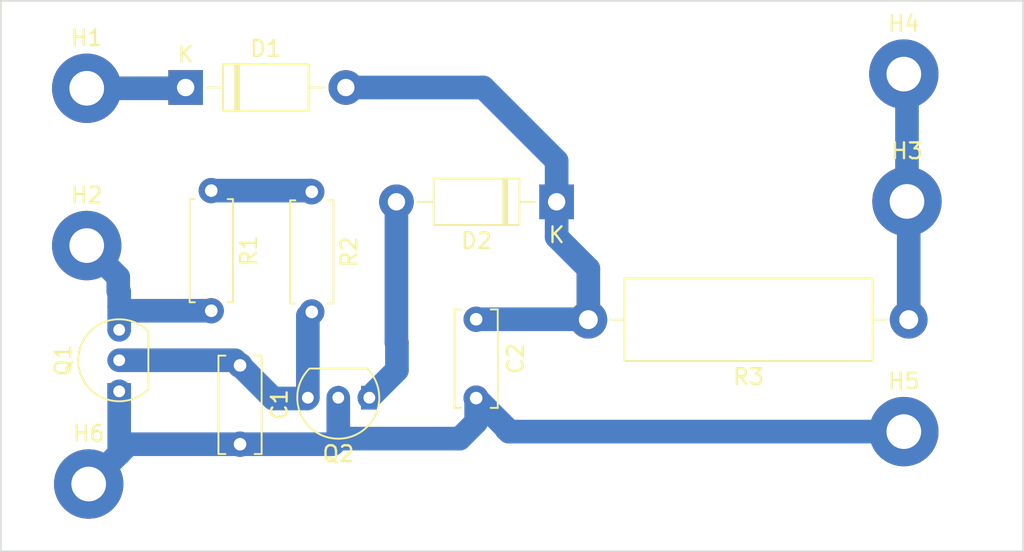
<source format=kicad_pcb>
(kicad_pcb (version 20211014) (generator pcbnew)
  (layers (0 "F.Cu" signal) (31 "B.Cu" signal) (34 "B.Paste" user) (35 "F.Paste" user) (36 "B.SilkS" user "B.Silkscreen") (37 "F.SilkS" user "F.Silkscreen") (38 "B.Mask" user) (39 "F.Mask" user) (44 "Edge.Cuts" user))
  (net 0 "")
  (net 1 "Net-(C1-Pad1)")
  (net 2 "GND")
  (net 3 "Net-(C2-Pad1)")
  (net 4 "Net-(D1-Pad1)")
  (net 5 "Net-(D2-Pad2)")
  (net 6 "Net-(H2-Pad1)")
  (net 7 "Net-(H3-Pad1)")
  (net 8 "+5 Volt")
  (footprint "Resistor_THT:R_Axial_DIN0207_L6.3mm_D2.5mm_P7.62mm_Horizontal" (layer "F.Cu") (at 120.95 96.74 -90)
    (fp_text reference "R2" (at 3.81 -2.37 90) (layer "F.SilkS"))
    (fp_text value "10k")
    (fp_line (start 7.08 -1.37) (end 7.08 -1.04) (layer "F.SilkS") (width 0.12))
    (fp_line (start 0.54 1.37) (end 7.08 1.37) (layer "F.SilkS") (width 0.12))
    (fp_line (start 0.54 -1.04) (end 0.54 -1.37) (layer "F.SilkS") (width 0.12))
    (fp_line (start 7.08 1.37) (end 7.08 1.04) (layer "F.SilkS") (width 0.12))
    (fp_line (start 0.54 -1.37) (end 7.08 -1.37) (layer "F.SilkS") (width 0.12))
    (fp_line (start 0.54 1.04) (end 0.54 1.37) (layer "F.SilkS") (width 0.12))
    (pad "1" thru_hole circle (at 0 0 270) (size 1.6 1.6) (drill 0.8) (layers *.Cu *.Mask) (net 8 "+5 Volt"))
    (pad "2" thru_hole oval (at 7.62 0 270) (size 1.6 1.6) (drill 0.8) (layers *.Cu *.Mask) (net 1 "Net-(C1-Pad1)"))
  )
  (footprint "MountingHole:MountingHole_2.2mm_M2_Pad_TopBottom" (layer "F.Cu") (at 158.5 89.275)
    (fp_text reference "H4" (at 0 -3.2) (layer "F.SilkS"))
    (fp_text value "Pickup Coil +")
    (pad "1" connect circle (at 0 0) (size 4.4 4.4) (layers "F.Cu" "F.Mask") (net 7 "Net-(H3-Pad1)"))
    (pad "1" thru_hole circle (at 0 0) (size 2.6 2.6) (drill 2.2) (layers *.Cu *.Mask) (net 7 "Net-(H3-Pad1)"))
    (pad "1" connect circle (at 0 0) (size 4.4 4.4) (layers "B.Cu" "B.Mask") (net 7 "Net-(H3-Pad1)"))
  )
  (footprint "Package_TO_SOT_THT:TO-92_Inline" (layer "F.Cu") (at 108.735 108.695 90)
    (fp_text reference "Q1" (at 1.27 -3.56 90) (layer "F.SilkS"))
    (fp_text value "2N2222")
    (fp_line (start -0.53 1.85) (end 3.07 1.85) (layer "F.SilkS") (width 0.12))
    (fp_arc (start 1.27 -2.6) (mid 3.672087 -0.994977) (end 3.108478 1.838478) (layer "F.SilkS") (width 0.12))
    (fp_arc (start -0.568478 1.838478) (mid -1.132087 -0.994977) (end 1.27 -2.6) (layer "F.SilkS") (width 0.12))
    (pad "1" thru_hole rect (at -0.7 0 90) (size 1.05 1.5) (drill 0.75) (layers *.Cu *.Mask) (net 2 "GND"))
    (pad "2" thru_hole oval (at 1.27 0 90) (size 1.05 1.5) (drill 0.75) (layers *.Cu *.Mask) (net 1 "Net-(C1-Pad1)"))
    (pad "3" thru_hole oval (at 3.2 0 90) (size 1.05 1.5) (drill 0.75) (layers *.Cu *.Mask) (net 6 "Net-(H2-Pad1)"))
  )
  (footprint "Capacitor_THT:C_Disc_D6.0mm_W2.5mm_P5.00mm" (layer "F.Cu") (at 116.4 107.75 -90)
    (fp_text reference "C1" (at 2.5 -2.5 90) (layer "F.SilkS"))
    (fp_text value "10n")
    (fp_line (start -0.62 1.37) (end 5.62 1.37) (layer "F.SilkS") (width 0.12))
    (fp_line (start -0.62 -1.37) (end -0.62 -0.925) (layer "F.SilkS") (width 0.12))
    (fp_line (start -0.62 0.925) (end -0.62 1.37) (layer "F.SilkS") (width 0.12))
    (fp_line (start 5.62 0.925) (end 5.62 1.37) (layer "F.SilkS") (width 0.12))
    (fp_line (start 5.62 -1.37) (end 5.62 -0.925) (layer "F.SilkS") (width 0.12))
    (fp_line (start -0.62 -1.37) (end 5.62 -1.37) (layer "F.SilkS") (width 0.12))
    (pad "1" thru_hole circle (at 0 0 270) (size 1.6 1.6) (drill 0.8) (layers *.Cu *.Mask) (net 1 "Net-(C1-Pad1)"))
    (pad "2" thru_hole circle (at 5 0 270) (size 1.6 1.6) (drill 0.8) (layers *.Cu *.Mask) (net 2 "GND"))
  )
  (footprint "Capacitor_THT:C_Disc_D6.0mm_W2.5mm_P5.00mm" (layer "F.Cu") (at 131.375 104.825 -90)
    (fp_text reference "C2" (at 2.5 -2.5 90) (layer "F.SilkS"))
    (fp_text value "100n")
    (fp_line (start -0.62 1.37) (end 5.62 1.37) (layer "F.SilkS") (width 0.12))
    (fp_line (start -0.62 0.925) (end -0.62 1.37) (layer "F.SilkS") (width 0.12))
    (fp_line (start 5.62 -1.37) (end 5.62 -0.925) (layer "F.SilkS") (width 0.12))
    (fp_line (start -0.62 -1.37) (end -0.62 -0.925) (layer "F.SilkS") (width 0.12))
    (fp_line (start -0.62 -1.37) (end 5.62 -1.37) (layer "F.SilkS") (width 0.12))
    (fp_line (start 5.62 0.925) (end 5.62 1.37) (layer "F.SilkS") (width 0.12))
    (pad "1" thru_hole circle (at 0 0 270) (size 1.6 1.6) (drill 0.8) (layers *.Cu *.Mask) (net 3 "Net-(C2-Pad1)"))
    (pad "2" thru_hole circle (at 5 0 270) (size 1.6 1.6) (drill 0.8) (layers *.Cu *.Mask) (net 2 "GND"))
  )
  (footprint "Diode_THT:D_DO-41_SOD81_P10.16mm_Horizontal" (layer "F.Cu") (at 112.95 90.125)
    (fp_text reference "D1" (at 5.08 -2.47) (layer "F.SilkS"))
    (fp_text value "IN4004")
    (fp_text user "K" (at 0 -2.1) (layer "F.SilkS"))
    (fp_line (start 7.8 1.47) (end 7.8 -1.47) (layer "F.SilkS") (width 0.12))
    (fp_line (start 8.82 0) (end 7.8 0) (layer "F.SilkS") (width 0.12))
    (fp_line (start 3.26 -1.47) (end 3.26 1.47) (layer "F.SilkS") (width 0.12))
    (fp_line (start 1.34 0) (end 2.36 0) (layer "F.SilkS") (width 0.12))
    (fp_line (start 3.38 -1.47) (end 3.38 1.47) (layer "F.SilkS") (width 0.12))
    (fp_line (start 3.14 -1.47) (end 3.14 1.47) (layer "F.SilkS") (width 0.12))
    (fp_line (start 2.36 1.47) (end 7.8 1.47) (layer "F.SilkS") (width 0.12))
    (fp_line (start 2.36 -1.47) (end 2.36 1.47) (layer "F.SilkS") (width 0.12))
    (fp_line (start 7.8 -1.47) (end 2.36 -1.47) (layer "F.SilkS") (width 0.12))
    (pad "1" thru_hole rect (at 0 0) (size 2.2 2.2) (drill 1.1) (layers *.Cu *.Mask) (net 4 "Net-(D1-Pad1)"))
    (pad "2" thru_hole oval (at 10.16 0) (size 2.2 2.2) (drill 1.1) (layers *.Cu *.Mask) (net 3 "Net-(C2-Pad1)"))
  )
  (footprint "MountingHole:MountingHole_2.2mm_M2_Pad_TopBottom" (layer "F.Cu") (at 106.675 90.175)
    (fp_text reference "H1" (at 0 -3.2) (layer "F.SilkS"))
    (fp_text value "SCR Gate")
    (pad "1" thru_hole circle (at 0 0) (size 2.6 2.6) (drill 2.2) (layers *.Cu *.Mask) (net 4 "Net-(D1-Pad1)"))
    (pad "1" connect circle (at 0 0) (size 4.4 4.4) (layers "B.Cu" "B.Mask") (net 4 "Net-(D1-Pad1)"))
    (pad "1" connect circle (at 0 0) (size 4.4 4.4) (layers "F.Cu" "F.Mask") (net 4 "Net-(D1-Pad1)"))
  )
  (footprint "MountingHole:MountingHole_2.2mm_M2_Pad_TopBottom" (layer "F.Cu") (at 158.7 97.35)
    (fp_text reference "H3" (at 0 -3.2) (layer "F.SilkS"))
    (fp_text value "Kill Switch")
    (pad "1" connect circle (at 0 0) (size 4.4 4.4) (layers "B.Cu" "B.Mask") (net 7 "Net-(H3-Pad1)"))
    (pad "1" connect circle (at 0 0) (size 4.4 4.4) (layers "F.Cu" "F.Mask") (net 7 "Net-(H3-Pad1)"))
    (pad "1" thru_hole circle (at 0 0) (size 2.6 2.6) (drill 2.2) (layers *.Cu *.Mask) (net 7 "Net-(H3-Pad1)"))
  )
  (footprint "MountingHole:MountingHole_2.2mm_M2_Pad_TopBottom" (layer "F.Cu") (at 106.675 100.15)
    (fp_text reference "H2" (at 0 -3.2) (layer "F.SilkS"))
    (fp_text value "To MCU")
    (pad "1" thru_hole circle (at 0 0) (size 2.6 2.6) (drill 2.2) (layers *.Cu *.Mask) (net 6 "Net-(H2-Pad1)"))
    (pad "1" connect circle (at 0 0) (size 4.4 4.4) (layers "F.Cu" "F.Mask") (net 6 "Net-(H2-Pad1)"))
    (pad "1" connect circle (at 0 0) (size 4.4 4.4) (layers "B.Cu" "B.Mask") (net 6 "Net-(H2-Pad1)"))
  )
  (footprint "MountingHole:MountingHole_2.2mm_M2_Pad_TopBottom" (layer "F.Cu") (at 158.5 111.95)
    (fp_text reference "H5" (at 0 -3.2) (layer "F.SilkS"))
    (fp_text value "Pickup Coil -")
    (pad "1" thru_hole circle (at 0 0) (size 2.6 2.6) (drill 2.2) (layers *.Cu *.Mask) (net 2 "GND"))
    (pad "1" connect circle (at 0 0) (size 4.4 4.4) (layers "B.Cu" "B.Mask") (net 2 "GND"))
    (pad "1" connect circle (at 0 0) (size 4.4 4.4) (layers "F.Cu" "F.Mask") (net 2 "GND"))
  )
  (footprint "Package_TO_SOT_THT:TO-92_Inline" (layer "F.Cu") (at 123.9 109.8 180)
    (fp_text reference "Q2" (at 1.27 -3.56) (layer "F.SilkS"))
    (fp_text value "2N2222")
    (fp_line (start -0.53 1.85) (end 3.07 1.85) (layer "F.SilkS") (width 0.12))
    (fp_arc (start -0.568478 1.838478) (mid -1.132087 -0.994977) (end 1.27 -2.6) (layer "F.SilkS") (width 0.12))
    (fp_arc (start 1.27 -2.6) (mid 3.672087 -0.994977) (end 3.108478 1.838478) (layer "F.SilkS") (width 0.12))
    (pad "1" thru_hole rect (at -0.7 0 180) (size 1.05 1.5) (drill 0.75) (layers *.Cu *.Mask) (net 5 "Net-(D2-Pad2)"))
    (pad "2" thru_hole oval (at 1.27 0 180) (size 1.05 1.5) (drill 0.75) (layers *.Cu *.Mask) (net 2 "GND"))
    (pad "3" thru_hole oval (at 3.2 0 180) (size 1.05 1.5) (drill 0.75) (layers *.Cu *.Mask) (net 1 "Net-(C1-Pad1)"))
  )
  (footprint "Diode_THT:D_DO-41_SOD81_P10.16mm_Horizontal" (layer "F.Cu") (at 136.48 97.375 180)
    (fp_text reference "D2" (at 5.08 -2.47) (layer "F.SilkS"))
    (fp_text value "IN4004")
    (fp_text user "K" (at 0 -2.1) (layer "F.SilkS"))
    (fp_line (start 1.34 0) (end 2.36 0) (layer "F.SilkS") (width 0.12))
    (fp_line (start 2.36 1.47) (end 7.8 1.47) (layer "F.SilkS") (width 0.12))
    (fp_line (start 7.8 -1.47) (end 2.36 -1.47) (layer "F.SilkS") (width 0.12))
    (fp_line (start 8.82 0) (end 7.8 0) (layer "F.SilkS") (width 0.12))
    (fp_line (start 3.26 -1.47) (end 3.26 1.47) (layer "F.SilkS") (width 0.12))
    (fp_line (start 3.38 -1.47) (end 3.38 1.47) (layer "F.SilkS") (width 0.12))
    (fp_line (start 3.14 -1.47) (end 3.14 1.47) (layer "F.SilkS") (width 0.12))
    (fp_line (start 7.8 1.47) (end 7.8 -1.47) (layer "F.SilkS") (width 0.12))
    (fp_line (start 2.36 -1.47) (end 2.36 1.47) (layer "F.SilkS") (width 0.12))
    (pad "1" thru_hole rect (at 0 0 180) (size 2.2 2.2) (drill 1.1) (layers *.Cu *.Mask) (net 3 "Net-(C2-Pad1)"))
    (pad "2" thru_hole oval (at 10.16 0 180) (size 2.2 2.2) (drill 1.1) (layers *.Cu *.Mask) (net 5 "Net-(D2-Pad2)"))
  )
  (footprint "Resistor_THT:R_Axial_DIN0207_L6.3mm_D2.5mm_P7.62mm_Horizontal" (layer "F.Cu") (at 114.575 96.665 -90)
    (fp_text reference "R1" (at 3.81 -2.37 90) (layer "F.SilkS"))
    (fp_text value "10k")
    (fp_line (start 0.54 -1.37) (end 7.08 -1.37) (layer "F.SilkS") (width 0.12))
    (fp_line (start 0.54 1.04) (end 0.54 1.37) (layer "F.SilkS") (width 0.12))
    (fp_line (start 0.54 -1.04) (end 0.54 -1.37) (layer "F.SilkS") (width 0.12))
    (fp_line (start 0.54 1.37) (end 7.08 1.37) (layer "F.SilkS") (width 0.12))
    (fp_line (start 7.08 1.37) (end 7.08 1.04) (layer "F.SilkS") (width 0.12))
    (fp_line (start 7.08 -1.37) (end 7.08 -1.04) (layer "F.SilkS") (width 0.12))
    (pad "1" thru_hole circle (at 0 0 270) (size 1.6 1.6) (drill 0.8) (layers *.Cu *.Mask) (net 8 "+5 Volt"))
    (pad "2" thru_hole oval (at 7.62 0 270) (size 1.6 1.6) (drill 0.8) (layers *.Cu *.Mask) (net 6 "Net-(H2-Pad1)"))
  )
  (footprint "MountingHole:MountingHole_2.2mm_M2_Pad_TopBottom" (layer "F.Cu") (at 106.8 115.275)
    (fp_text reference "H6" (at 0 -3.2) (layer "F.SilkS"))
    (fp_text value "GND")
    (pad "1" thru_hole circle (at 0 0) (size 2.6 2.6) (drill 2.2) (layers *.Cu *.Mask) (net 2 "GND"))
    (pad "1" connect circle (at 0 0) (size 4.4 4.4) (layers "B.Cu" "B.Mask") (net 2 "GND"))
    (pad "1" connect circle (at 0 0) (size 4.4 4.4) (layers "F.Cu" "F.Mask") (net 2 "GND"))
  )
  (footprint "Resistor_THT:R_Axial_DIN0516_L15.5mm_D5.0mm_P20.32mm_Horizontal" (layer "F.Cu") (at 158.81 104.85 180)
    (fp_text reference "R3" (at 10.16 -3.62) (layer "F.SilkS"))
    (fp_text value "560 2 watt")
    (fp_line (start 1.44 0) (end 2.29 0) (layer "F.SilkS") (width 0.12))
    (fp_line (start 18.88 0) (end 18.03 0) (layer "F.SilkS") (width 0.12))
    (fp_line (start 2.29 -2.62) (end 2.29 2.62) (layer "F.SilkS") (width 0.12))
    (fp_line (start 2.29 2.62) (end 18.03 2.62) (layer "F.SilkS") (width 0.12))
    (fp_line (start 18.03 -2.62) (end 2.29 -2.62) (layer "F.SilkS") (width 0.12))
    (fp_line (start 18.03 2.62) (end 18.03 -2.62) (layer "F.SilkS") (width 0.12))
    (pad "1" thru_hole circle (at 0 0 180) (size 2.4 2.4) (drill 1.2) (layers *.Cu *.Mask) (net 7 "Net-(H3-Pad1)"))
    (pad "2" thru_hole oval (at 20.32 0 180) (size 2.4 2.4) (drill 1.2) (layers *.Cu *.Mask) (net 3 "Net-(C2-Pad1)"))
  )
  (gr_rect (start 101.225 84.625) (end 166.075 119.55) (layer "Edge.Cuts") (width 0.1) (fill none))
  (segment (start 120.65 109.85) (end 120.7 109.8) (width 1.5) (layer "B.Cu") (net 1))
  (segment (start 120.95 104.36) (end 120.7 104.61) (width 1.5) (layer "B.Cu") (net 1))
  (segment (start 116.4 107.75) (end 118.5 109.85) (width 1.5) (layer "B.Cu") (net 1))
  (segment (start 116.075 107.425) (end 116.4 107.75) (width 1.5) (layer "B.Cu") (net 1))
  (segment (start 118.5 109.85) (end 120.65 109.85) (width 1.5) (layer "B.Cu") (net 1))
  (segment (start 120.7 104.61) (end 120.7 109.8) (width 1.5) (layer "B.Cu") (net 1))
  (segment (start 108.735 107.425) (end 116.075 107.425) (width 1.5) (layer "B.Cu") (net 1))
  (segment (start 122.275 112.75) (end 122.63 112.395) (width 1.5) (layer "B.Cu") (net 2))
  (segment (start 133.45 111.95) (end 158.5 111.95) (width 1.5) (layer "B.Cu") (net 2))
  (segment (start 109.325 112.75) (end 116.4 112.75) (width 1.5) (layer "B.Cu") (net 2))
  (segment (start 130.33 112.395) (end 131.375 111.35) (width 1.5) (layer "B.Cu") (net 2))
  (segment (start 116.4 112.75) (end 122.275 112.75) (width 1.5) (layer "B.Cu") (net 2))
  (segment (start 133.275 111.775) (end 133.45 111.95) (width 1.5) (layer "B.Cu") (net 2))
  (segment (start 131.375 111.35) (end 131.375 109.825) (width 1.5) (layer "B.Cu") (net 2))
  (segment (start 108.735 113.34) (end 106.8 115.275) (width 1.5) (layer "B.Cu") (net 2))
  (segment (start 122.63 112.395) (end 122.63 109.8) (width 1.5) (layer "B.Cu") (net 2))
  (segment (start 133.275 111.725) (end 133.275 111.775) (width 1.5) (layer "B.Cu") (net 2))
  (segment (start 108.735 109.395) (end 108.735 113.34) (width 1.5) (layer "B.Cu") (net 2))
  (segment (start 131.375 109.825) (end 133.275 111.725) (width 1.5) (layer "B.Cu") (net 2))
  (segment (start 122.63 112.395) (end 130.33 112.395) (width 1.5) (layer "B.Cu") (net 2))
  (segment (start 108.735 113.34) (end 109.325 112.75) (width 1.5) (layer "B.Cu") (net 2))
  (segment (start 136.48 97.375) (end 136.48 94.78) (width 1.5) (layer "B.Cu") (net 3))
  (segment (start 136.48 94.78) (end 131.825 90.125) (width 1.5) (layer "B.Cu") (net 3))
  (segment (start 131.375 104.825) (end 138.465 104.825) (width 1.5) (layer "B.Cu") (net 3))
  (segment (start 138.465 104.825) (end 138.49 104.85) (width 1.5) (layer "B.Cu") (net 3))
  (segment (start 131.825 90.125) (end 123.11 90.125) (width 1.5) (layer "B.Cu") (net 3))
  (segment (start 136.48 97.375) (end 136.48 99.605) (width 1.5) (layer "B.Cu") (net 3))
  (segment (start 136.48 99.605) (end 138.49 101.615) (width 1.5) (layer "B.Cu") (net 3))
  (segment (start 138.49 101.615) (end 138.49 104.85) (width 1.5) (layer "B.Cu") (net 3))
  (segment (start 112.9 90.175) (end 112.95 90.125) (width 1.5) (layer "B.Cu") (net 4))
  (segment (start 106.675 90.175) (end 112.9 90.175) (width 1.5) (layer "B.Cu") (net 4))
  (segment (start 126.35 106.325) (end 126.32 106.295) (width 1.5) (layer "B.Cu") (net 5))
  (segment (start 124.6 109.8) (end 126.35 108.05) (width 1.5) (layer "B.Cu") (net 5))
  (segment (start 126.35 108.05) (end 126.35 106.325) (width 1.5) (layer "B.Cu") (net 5))
  (segment (start 126.32 106.295) (end 126.32 97.375) (width 1.5) (layer "B.Cu") (net 5))
  (segment (start 109.005 104.285) (end 114.575 104.285) (width 1.5) (layer "B.Cu") (net 6))
  (segment (start 108.735 104.015) (end 109.005 104.285) (width 1.5) (layer "B.Cu") (net 6))
  (segment (start 106.675 100.15) (end 108.675 102.15) (width 1.5) (layer "B.Cu") (net 6))
  (segment (start 108.675 102.15) (end 108.675 103.025) (width 1.5) (layer "B.Cu") (net 6))
  (segment (start 108.735 103.085) (end 108.735 104.015) (width 1.5) (layer "B.Cu") (net 6))
  (segment (start 108.735 104.015) (end 108.735 105.495) (width 1.5) (layer "B.Cu") (net 6))
  (segment (start 108.675 103.025) (end 108.735 103.085) (width 1.5) (layer "B.Cu") (net 6))
  (segment (start 158.7 97.35) (end 158.7 89.475) (width 1.5) (layer "B.Cu") (net 7))
  (segment (start 158.81 104.85) (end 158.81 97.46) (width 1.5) (layer "B.Cu") (net 7))
  (segment (start 158.7 89.475) (end 158.5 89.275) (width 1.5) (layer "B.Cu") (net 7))
  (segment (start 158.81 97.46) (end 158.7 97.35) (width 1.5) (layer "B.Cu") (net 7))
  (segment (start 120.875 96.665) (end 120.95 96.74) (width 1.5) (layer "B.Cu") (net 8))
  (segment (start 114.575 96.665) (end 120.875 96.665) (width 1.5) (layer "B.Cu") (net 8))
)
</source>
